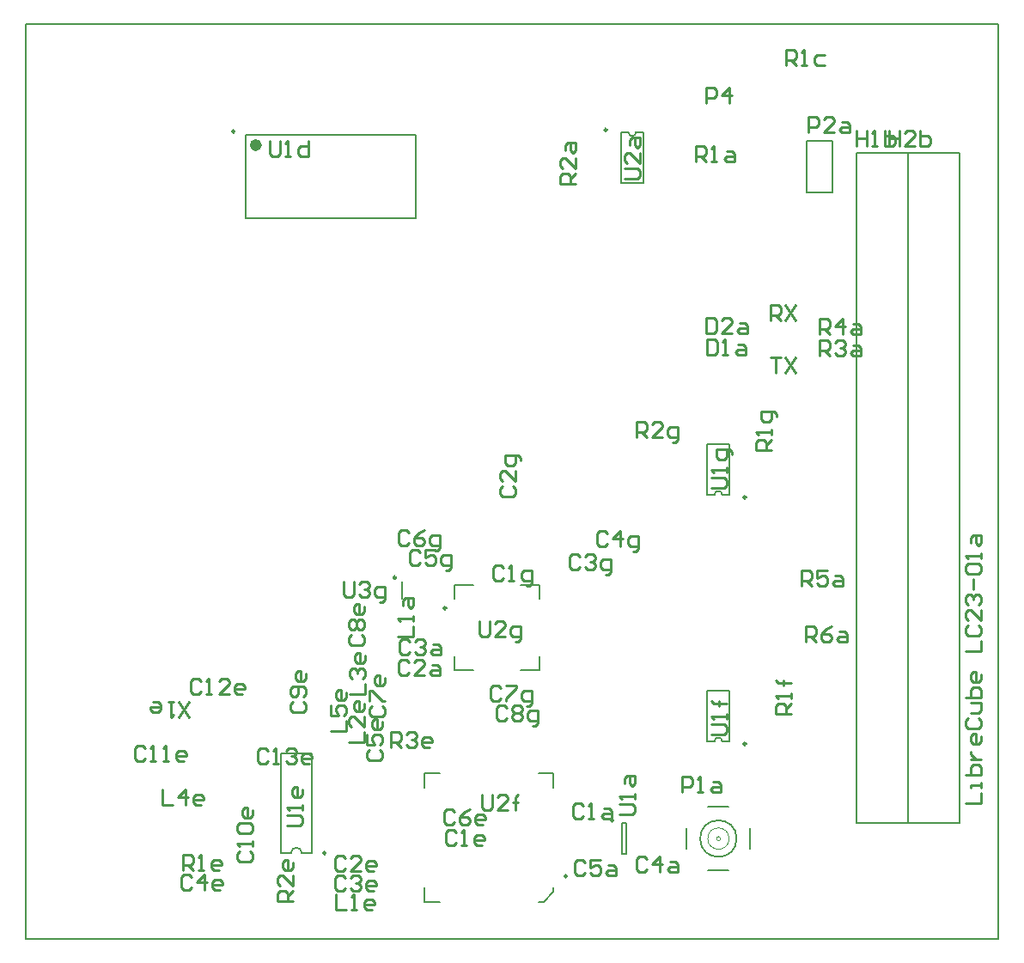
<source format=gto>
%FSAX24Y24*%
%MOIN*%
G70*
G01*
G75*
%ADD10C,0.0394*%
%ADD11C,0.0276*%
%ADD12R,0.0630X0.0709*%
%ADD13R,0.0433X0.0394*%
%ADD14R,0.0394X0.0433*%
%ADD15R,0.0591X0.1457*%
%ADD16R,0.0866X0.0236*%
%ADD17R,0.0866X0.0236*%
%ADD18R,0.0807X0.0532*%
%ADD19R,0.0532X0.0807*%
%ADD20R,0.0709X0.0630*%
%ADD21R,0.1014X0.0748*%
%ADD22R,0.0453X0.0236*%
%ADD23R,0.0650X0.0118*%
%ADD24R,0.0630X0.0118*%
%ADD25R,0.0591X0.0335*%
%ADD26R,0.0335X0.0591*%
%ADD27C,0.1969*%
%ADD28R,0.0315X0.0118*%
%ADD29C,0.0315*%
%ADD30C,0.0197*%
%ADD31C,0.0236*%
%ADD32C,0.0472*%
%ADD33C,0.0118*%
%ADD34C,0.0157*%
%ADD35C,0.0591*%
%ADD36R,0.1378X0.0565*%
%ADD37R,0.0945X0.1024*%
%ADD38R,0.0823X0.0266*%
%ADD39R,0.0866X0.0108*%
%ADD40R,0.0591X0.0630*%
%ADD41R,0.2520X0.2480*%
%ADD42C,0.0010*%
%ADD43C,0.0080*%
%ADD44R,0.0591X0.0591*%
%ADD45C,0.0591*%
%ADD46C,0.0984*%
%ADD47C,0.0620*%
%ADD48R,0.0620X0.0620*%
%ADD49C,0.2500*%
%ADD50C,0.0236*%
%ADD51C,0.0472*%
%ADD52C,0.0315*%
%ADD53R,0.0315X0.0630*%
%ADD54R,0.0827X0.1181*%
%ADD55O,0.0118X0.0709*%
%ADD56O,0.0709X0.0118*%
%ADD57R,0.0394X0.0374*%
%ADD58R,0.3307X0.3307*%
%ADD59C,0.0098*%
%ADD60C,0.0079*%
%ADD61C,0.0080*%
%ADD62C,0.0100*%
D31*
X049055Y090807D02*
G03*
X049055Y090807I-000118J000000D01*
G01*
D42*
X067598Y063898D02*
G03*
X067598Y063898I-000709J000000D01*
G01*
X067303D02*
G03*
X067303Y063898I-000413J000000D01*
G01*
X066968D02*
G03*
X066968Y063898I-000079J000000D01*
G01*
D43*
X074256Y064500D02*
X076256D01*
Y090500D01*
X074256Y064500D02*
Y090500D01*
X072256Y064500D02*
X074256D01*
Y090500D01*
X072256Y064500D02*
Y090500D01*
X040000Y060000D02*
X077752D01*
X040000Y095500D02*
X077752D01*
Y060000D02*
Y095500D01*
X040000Y060000D02*
Y095500D01*
D59*
X062569Y091400D02*
G03*
X062569Y091400I-000049J000000D01*
G01*
X067963Y067577D02*
G03*
X067963Y067577I-000049J000000D01*
G01*
X061014Y062437D02*
G03*
X061014Y062437I-000049J000000D01*
G01*
X062815Y064606D02*
G03*
X062815Y064606I-000049J000000D01*
G01*
X051654Y063337D02*
G03*
X051654Y063337I-000049J000000D01*
G01*
X048120Y091343D02*
G03*
X048120Y091343I-000049J000000D01*
G01*
X056329Y072839D02*
G03*
X056329Y072839I-000049J000000D01*
G01*
X067963Y077144D02*
G03*
X067963Y077144I-000049J000000D01*
G01*
X054380Y074026D02*
G03*
X054380Y074026I-000049J000000D01*
G01*
D60*
X063399Y091299D02*
G03*
X063688Y091299I000144J000000D01*
G01*
X067034Y067677D02*
G03*
X066745Y067677I-000144J000000D01*
G01*
X050715Y063346D02*
G03*
X050308Y063346I-000203J000000D01*
G01*
X067598Y063898D02*
G03*
X067598Y063898I-000709J000000D01*
G01*
X067034Y077244D02*
G03*
X066745Y077244I-000144J000000D01*
G01*
X063110Y091299D02*
X063399D01*
X063688D02*
X063976D01*
X063110Y089331D02*
X063976D01*
X063110D02*
Y091299D01*
X063976Y089331D02*
Y091299D01*
X067034Y067677D02*
X067323D01*
X066457D02*
X066745D01*
X066457Y069646D02*
X067323D01*
Y067677D02*
Y069646D01*
X066457Y067677D02*
Y069646D01*
X060492Y061831D02*
Y062014D01*
X059915Y061437D02*
X060098D01*
X060492Y061831D01*
X055492Y061437D02*
Y062014D01*
Y061437D02*
X056069D01*
X060492Y065860D02*
Y066437D01*
X059915D02*
X060492D01*
X055492Y065860D02*
Y066437D01*
X056069D01*
X063150Y064508D02*
X063307D01*
X063150Y063287D02*
X063307D01*
X063150D02*
Y064508D01*
X063307Y063287D02*
Y064508D01*
X050715Y063346D02*
X051122D01*
X049902D02*
X050308D01*
X049902Y067205D02*
X051122D01*
Y063346D02*
Y067205D01*
X049902Y063346D02*
Y067205D01*
X048543Y091201D02*
X051600D01*
X055157D01*
X048543Y087972D02*
X055157D01*
X048543D02*
Y091201D01*
X055157Y087972D02*
Y091201D01*
X056634Y073199D02*
Y073740D01*
X057372D01*
X059203D02*
X059941D01*
Y073199D02*
Y073740D01*
Y070433D02*
Y070974D01*
X059203Y070433D02*
X059941D01*
X056634D02*
X057372D01*
X056634D02*
Y070974D01*
X070327Y088972D02*
X071327D01*
X070327D02*
Y090972D01*
X071327D01*
Y088972D02*
Y090972D01*
X066496Y065138D02*
X067283D01*
X068130Y063504D02*
Y064291D01*
X066496Y062657D02*
X067283D01*
X065650Y063504D02*
Y064291D01*
X067034Y077244D02*
X067323D01*
X066457D02*
X066745D01*
X066457Y079213D02*
X067323D01*
Y077244D02*
Y079213D01*
X066457Y077244D02*
Y079213D01*
X054606Y073209D02*
Y073878D01*
Y073209D02*
Y073878D01*
D61*
X074256Y090500D02*
X076256D01*
X072256D02*
X074256D01*
D62*
X057717Y065600D02*
Y065100D01*
X057817Y065000D01*
X058016D01*
X058116Y065100D01*
Y065600D01*
X058716Y065000D02*
X058316D01*
X058716Y065400D01*
Y065500D01*
X058616Y065600D01*
X058416D01*
X058316Y065500D01*
X059016Y065000D02*
Y065500D01*
Y065300D01*
X058916D01*
X059116D01*
X059016D01*
Y065500D01*
X059116Y065600D01*
X066605Y067953D02*
X067105D01*
X067205Y068053D01*
Y068253D01*
X067105Y068353D01*
X066605D01*
X067205Y068553D02*
Y068752D01*
Y068653D01*
X066605D01*
X066705Y068553D01*
X067205Y069152D02*
X066705D01*
X066905D01*
Y069052D01*
Y069252D01*
Y069152D01*
X066705D01*
X066605Y069252D01*
X070276Y071535D02*
Y072135D01*
X070575D01*
X070675Y072035D01*
Y071835D01*
X070575Y071735D01*
X070276D01*
X070476D02*
X070675Y071535D01*
X071275Y072135D02*
X071075Y072035D01*
X070875Y071835D01*
Y071635D01*
X070975Y071535D01*
X071175D01*
X071275Y071635D01*
Y071735D01*
X071175Y071835D01*
X070875D01*
X071575Y071935D02*
X071775D01*
X071875Y071835D01*
Y071535D01*
X071575D01*
X071475Y071635D01*
X071575Y071735D01*
X071875D01*
X069724Y068740D02*
X069125D01*
Y069040D01*
X069225Y069140D01*
X069425D01*
X069524Y069040D01*
Y068740D01*
Y068940D02*
X069724Y069140D01*
Y069340D02*
Y069540D01*
Y069440D01*
X069125D01*
X069225Y069340D01*
X069724Y069940D02*
X069225D01*
X069425D01*
Y069840D01*
Y070040D01*
Y069940D01*
X069225D01*
X069125Y070040D01*
X070118Y073701D02*
Y074301D01*
X070418D01*
X070518Y074201D01*
Y074001D01*
X070418Y073901D01*
X070118D01*
X070318D02*
X070518Y073701D01*
X071118Y074301D02*
X070718D01*
Y074001D01*
X070918Y074101D01*
X071018D01*
X071118Y074001D01*
Y073801D01*
X071018Y073701D01*
X070818D01*
X070718Y073801D01*
X071418Y074101D02*
X071618D01*
X071718Y074001D01*
Y073701D01*
X071418D01*
X071318Y073801D01*
X071418Y073901D01*
X071718D01*
X058516Y077565D02*
X058416Y077465D01*
Y077265D01*
X058516Y077165D01*
X058916D01*
X059016Y077265D01*
Y077465D01*
X058916Y077565D01*
X059016Y078165D02*
Y077765D01*
X058616Y078165D01*
X058516D01*
X058416Y078065D01*
Y077865D01*
X058516Y077765D01*
X059216Y078565D02*
Y078665D01*
X059116Y078765D01*
X058616D01*
Y078465D01*
X058716Y078365D01*
X058916D01*
X059016Y078465D01*
Y078765D01*
X058549Y074397D02*
X058450Y074497D01*
X058250D01*
X058150Y074397D01*
Y073998D01*
X058250Y073898D01*
X058450D01*
X058549Y073998D01*
X058749Y073898D02*
X058949D01*
X058849D01*
Y074497D01*
X058749Y074397D01*
X059449Y073698D02*
X059549D01*
X059649Y073798D01*
Y074298D01*
X059349D01*
X059249Y074198D01*
Y073998D01*
X059349Y073898D01*
X059649D01*
X066605Y077520D02*
X067105D01*
X067205Y077620D01*
Y077820D01*
X067105Y077920D01*
X066605D01*
X067205Y078119D02*
Y078319D01*
Y078219D01*
X066605D01*
X066705Y078119D01*
X067405Y078819D02*
Y078919D01*
X067305Y079019D01*
X066805D01*
Y078719D01*
X066905Y078619D01*
X067105D01*
X067205Y078719D01*
Y079019D01*
X063714Y079463D02*
Y080062D01*
X064014D01*
X064114Y079962D01*
Y079762D01*
X064014Y079662D01*
X063714D01*
X063914D02*
X064114Y079463D01*
X064714D02*
X064314D01*
X064714Y079862D01*
Y079962D01*
X064614Y080062D01*
X064414D01*
X064314Y079962D01*
X065114Y079263D02*
X065214D01*
X065314Y079363D01*
Y079862D01*
X065014D01*
X064914Y079762D01*
Y079562D01*
X065014Y079463D01*
X065314D01*
X070827Y083465D02*
Y084064D01*
X071127D01*
X071227Y083964D01*
Y083764D01*
X071127Y083665D01*
X070827D01*
X071027D02*
X071227Y083465D01*
X071726D02*
Y084064D01*
X071427Y083764D01*
X071826D01*
X072126Y083864D02*
X072326D01*
X072426Y083764D01*
Y083465D01*
X072126D01*
X072026Y083565D01*
X072126Y083665D01*
X072426D01*
X070827Y082638D02*
Y083238D01*
X071127D01*
X071227Y083138D01*
Y082938D01*
X071127Y082838D01*
X070827D01*
X071027D02*
X071227Y082638D01*
X071427Y083138D02*
X071527Y083238D01*
X071726D01*
X071826Y083138D01*
Y083038D01*
X071726Y082938D01*
X071627D01*
X071726D01*
X071826Y082838D01*
Y082738D01*
X071726Y082638D01*
X071527D01*
X071427Y082738D01*
X072126Y083038D02*
X072326D01*
X072426Y082938D01*
Y082638D01*
X072126D01*
X072026Y082738D01*
X072126Y082838D01*
X072426D01*
X066417Y084104D02*
Y083504D01*
X066717D01*
X066817Y083604D01*
Y084004D01*
X066717Y084104D01*
X066417D01*
X067417Y083504D02*
X067017D01*
X067417Y083904D01*
Y084004D01*
X067317Y084104D01*
X067117D01*
X067017Y084004D01*
X067717Y083904D02*
X067917D01*
X068017Y083804D01*
Y083504D01*
X067717D01*
X067617Y083604D01*
X067717Y083704D01*
X068017D01*
X066457Y083277D02*
Y082677D01*
X066757D01*
X066857Y082777D01*
Y083177D01*
X066757Y083277D01*
X066457D01*
X067056Y082677D02*
X067256D01*
X067156D01*
Y083277D01*
X067056Y083177D01*
X067656Y083077D02*
X067856D01*
X067956Y082977D01*
Y082677D01*
X067656D01*
X067556Y082777D01*
X067656Y082877D01*
X067956D01*
X072244Y091360D02*
Y090760D01*
Y091060D01*
X072644D01*
Y091360D01*
Y090760D01*
X072844D02*
X073044D01*
X072944D01*
Y091360D01*
X072844Y091260D01*
X073344Y091360D02*
Y090760D01*
X073644D01*
X073744Y090860D01*
Y090960D01*
Y091060D01*
X073644Y091160D01*
X073344D01*
X073504Y091360D02*
Y090760D01*
Y091060D01*
X073904D01*
Y091360D01*
Y090760D01*
X074504D02*
X074104D01*
X074504Y091160D01*
Y091260D01*
X074404Y091360D01*
X074204D01*
X074104Y091260D01*
X074704Y091360D02*
Y090760D01*
X075003D01*
X075103Y090860D01*
Y090960D01*
Y091060D01*
X075003Y091160D01*
X074704D01*
X061502Y074831D02*
X061402Y074931D01*
X061202D01*
X061102Y074831D01*
Y074431D01*
X061202Y074331D01*
X061402D01*
X061502Y074431D01*
X061702Y074831D02*
X061802Y074931D01*
X062002D01*
X062102Y074831D01*
Y074731D01*
X062002Y074631D01*
X061902D01*
X062002D01*
X062102Y074531D01*
Y074431D01*
X062002Y074331D01*
X061802D01*
X061702Y074431D01*
X062502Y074131D02*
X062602D01*
X062702Y074231D01*
Y074731D01*
X062402D01*
X062302Y074631D01*
Y074431D01*
X062402Y074331D01*
X062702D01*
X056699Y064122D02*
X056599Y064222D01*
X056399D01*
X056299Y064122D01*
Y063722D01*
X056399Y063622D01*
X056599D01*
X056699Y063722D01*
X056899Y063622D02*
X057099D01*
X056999D01*
Y064222D01*
X056899Y064122D01*
X057699Y063622D02*
X057499D01*
X057399Y063722D01*
Y063922D01*
X057499Y064022D01*
X057699D01*
X057799Y063922D01*
Y063822D01*
X057399D01*
X061660Y065185D02*
X061560Y065285D01*
X061360D01*
X061260Y065185D01*
Y064785D01*
X061360Y064685D01*
X061560D01*
X061660Y064785D01*
X061860Y064685D02*
X062060D01*
X061960D01*
Y065285D01*
X061860Y065185D01*
X062459Y065085D02*
X062659D01*
X062759Y064985D01*
Y064685D01*
X062459D01*
X062359Y064785D01*
X062459Y064885D01*
X062759D01*
X062565Y075736D02*
X062465Y075836D01*
X062265D01*
X062165Y075736D01*
Y075336D01*
X062265Y075236D01*
X062465D01*
X062565Y075336D01*
X063065Y075236D02*
Y075836D01*
X062765Y075536D01*
X063165D01*
X063565Y075036D02*
X063665D01*
X063765Y075136D01*
Y075636D01*
X063465D01*
X063365Y075536D01*
Y075336D01*
X063465Y075236D01*
X063765D01*
X052408Y063138D02*
X052308Y063238D01*
X052108D01*
X052008Y063138D01*
Y062738D01*
X052108Y062638D01*
X052308D01*
X052408Y062738D01*
X053008Y062638D02*
X052608D01*
X053008Y063038D01*
Y063138D01*
X052908Y063238D01*
X052708D01*
X052608Y063138D01*
X053507Y062638D02*
X053307D01*
X053207Y062738D01*
Y062938D01*
X053307Y063038D01*
X053507D01*
X053607Y062938D01*
Y062838D01*
X053207D01*
X054888Y070736D02*
X054788Y070836D01*
X054588D01*
X054488Y070736D01*
Y070336D01*
X054588Y070236D01*
X054788D01*
X054888Y070336D01*
X055488Y070236D02*
X055088D01*
X055488Y070636D01*
Y070736D01*
X055388Y070836D01*
X055188D01*
X055088Y070736D01*
X055788Y070636D02*
X055988D01*
X056088Y070536D01*
Y070236D01*
X055788D01*
X055688Y070336D01*
X055788Y070436D01*
X056088D01*
X055321Y074988D02*
X055221Y075088D01*
X055021D01*
X054921Y074988D01*
Y074588D01*
X055021Y074488D01*
X055221D01*
X055321Y074588D01*
X055921Y075088D02*
X055521D01*
Y074788D01*
X055721Y074888D01*
X055821D01*
X055921Y074788D01*
Y074588D01*
X055821Y074488D01*
X055621D01*
X055521Y074588D01*
X056321Y074288D02*
X056421D01*
X056521Y074388D01*
Y074888D01*
X056221D01*
X056121Y074788D01*
Y074588D01*
X056221Y074488D01*
X056521D01*
X052421Y062376D02*
X052321Y062476D01*
X052122D01*
X052022Y062376D01*
Y061976D01*
X052122Y061876D01*
X052321D01*
X052421Y061976D01*
X052621Y062376D02*
X052721Y062476D01*
X052921D01*
X053021Y062376D01*
Y062276D01*
X052921Y062176D01*
X052821D01*
X052921D01*
X053021Y062076D01*
Y061976D01*
X052921Y061876D01*
X052721D01*
X052621Y061976D01*
X053521Y061876D02*
X053321D01*
X053221Y061976D01*
Y062176D01*
X053321Y062276D01*
X053521D01*
X053621Y062176D01*
Y062076D01*
X053221D01*
X054927Y071521D02*
X054827Y071621D01*
X054628D01*
X054528Y071521D01*
Y071121D01*
X054628Y071021D01*
X054827D01*
X054927Y071121D01*
X055127Y071521D02*
X055227Y071621D01*
X055427D01*
X055527Y071521D01*
Y071421D01*
X055427Y071321D01*
X055327D01*
X055427D01*
X055527Y071221D01*
Y071121D01*
X055427Y071021D01*
X055227D01*
X055127Y071121D01*
X055827Y071421D02*
X056027D01*
X056127Y071321D01*
Y071021D01*
X055827D01*
X055727Y071121D01*
X055827Y071221D01*
X056127D01*
X054888Y075775D02*
X054788Y075875D01*
X054588D01*
X054488Y075775D01*
Y075376D01*
X054588Y075276D01*
X054788D01*
X054888Y075376D01*
X055488Y075875D02*
X055288Y075775D01*
X055088Y075575D01*
Y075376D01*
X055188Y075276D01*
X055388D01*
X055488Y075376D01*
Y075476D01*
X055388Y075575D01*
X055088D01*
X055888Y075076D02*
X055988D01*
X056088Y075176D01*
Y075675D01*
X055788D01*
X055688Y075575D01*
Y075376D01*
X055788Y075276D01*
X056088D01*
X064101Y063098D02*
X064001Y063198D01*
X063801D01*
X063701Y063098D01*
Y062698D01*
X063801Y062598D01*
X064001D01*
X064101Y062698D01*
X064601Y062598D02*
Y063198D01*
X064301Y062898D01*
X064700D01*
X065000Y062998D02*
X065200D01*
X065300Y062898D01*
Y062598D01*
X065000D01*
X064900Y062698D01*
X065000Y062798D01*
X065300D01*
X058431Y069752D02*
X058331Y069852D01*
X058131D01*
X058032Y069752D01*
Y069352D01*
X058131Y069252D01*
X058331D01*
X058431Y069352D01*
X058631Y069852D02*
X059031D01*
Y069752D01*
X058631Y069352D01*
Y069252D01*
X059431Y069052D02*
X059531D01*
X059631Y069152D01*
Y069652D01*
X059331D01*
X059231Y069552D01*
Y069352D01*
X059331Y069252D01*
X059631D01*
X046463Y062390D02*
X046363Y062490D01*
X046163D01*
X046063Y062390D01*
Y061990D01*
X046163Y061890D01*
X046363D01*
X046463Y061990D01*
X046963Y061890D02*
Y062490D01*
X046663Y062190D01*
X047063D01*
X047563Y061890D02*
X047363D01*
X047263Y061990D01*
Y062190D01*
X047363Y062290D01*
X047563D01*
X047662Y062190D01*
Y062090D01*
X047263D01*
X061699Y062980D02*
X061599Y063080D01*
X061399D01*
X061299Y062980D01*
Y062580D01*
X061399Y062480D01*
X061599D01*
X061699Y062580D01*
X062299Y063080D02*
X061899D01*
Y062780D01*
X062099Y062880D01*
X062199D01*
X062299Y062780D01*
Y062580D01*
X062199Y062480D01*
X061999D01*
X061899Y062580D01*
X062599Y062880D02*
X062799D01*
X062899Y062780D01*
Y062480D01*
X062599D01*
X062499Y062580D01*
X062599Y062680D01*
X062899D01*
X058668Y068964D02*
X058568Y069064D01*
X058368D01*
X058268Y068964D01*
Y068565D01*
X058368Y068465D01*
X058568D01*
X058668Y068565D01*
X058868Y068964D02*
X058967Y069064D01*
X059167D01*
X059267Y068964D01*
Y068864D01*
X059167Y068764D01*
X059267Y068664D01*
Y068565D01*
X059167Y068465D01*
X058967D01*
X058868Y068565D01*
Y068664D01*
X058967Y068764D01*
X058868Y068864D01*
Y068964D01*
X058967Y068764D02*
X059167D01*
X059667Y068265D02*
X059767D01*
X059867Y068365D01*
Y068864D01*
X059567D01*
X059467Y068764D01*
Y068565D01*
X059567Y068465D01*
X059867D01*
X053358Y067329D02*
X053258Y067229D01*
Y067029D01*
X053358Y066929D01*
X053758D01*
X053858Y067029D01*
Y067229D01*
X053758Y067329D01*
X053258Y067929D02*
Y067529D01*
X053558D01*
X053458Y067729D01*
Y067829D01*
X053558Y067929D01*
X053758D01*
X053858Y067829D01*
Y067629D01*
X053758Y067529D01*
X053858Y068429D02*
Y068229D01*
X053758Y068129D01*
X053558D01*
X053458Y068229D01*
Y068429D01*
X053558Y068529D01*
X053658D01*
Y068129D01*
X056660Y064937D02*
X056560Y065037D01*
X056360D01*
X056260Y064937D01*
Y064537D01*
X056360Y064437D01*
X056560D01*
X056660Y064537D01*
X057260Y065037D02*
X057060Y064937D01*
X056860Y064737D01*
Y064537D01*
X056960Y064437D01*
X057160D01*
X057260Y064537D01*
Y064637D01*
X057160Y064737D01*
X056860D01*
X057759Y064437D02*
X057559D01*
X057459Y064537D01*
Y064737D01*
X057559Y064837D01*
X057759D01*
X057859Y064737D01*
Y064637D01*
X057459D01*
X053458Y069028D02*
X053358Y068929D01*
Y068729D01*
X053458Y068629D01*
X053858D01*
X053958Y068729D01*
Y068929D01*
X053858Y069028D01*
X053358Y069228D02*
Y069628D01*
X053458D01*
X053858Y069228D01*
X053958D01*
Y070128D02*
Y069928D01*
X053858Y069828D01*
X053658D01*
X053558Y069928D01*
Y070128D01*
X053658Y070228D01*
X053758D01*
Y069828D01*
X052650Y071817D02*
X052550Y071717D01*
Y071517D01*
X052650Y071417D01*
X053050D01*
X053150Y071517D01*
Y071717D01*
X053050Y071817D01*
X052650Y072017D02*
X052550Y072117D01*
Y072317D01*
X052650Y072417D01*
X052750D01*
X052850Y072317D01*
X052950Y072417D01*
X053050D01*
X053150Y072317D01*
Y072117D01*
X053050Y072017D01*
X052950D01*
X052850Y072117D01*
X052750Y072017D01*
X052650D01*
X052850Y072117D02*
Y072317D01*
X053150Y072917D02*
Y072717D01*
X053050Y072617D01*
X052850D01*
X052750Y072717D01*
Y072917D01*
X052850Y073017D01*
X052950D01*
Y072617D01*
X050366Y069219D02*
X050266Y069119D01*
Y068919D01*
X050366Y068819D01*
X050766D01*
X050866Y068919D01*
Y069119D01*
X050766Y069219D01*
Y069419D02*
X050866Y069519D01*
Y069719D01*
X050766Y069819D01*
X050366D01*
X050266Y069719D01*
Y069519D01*
X050366Y069419D01*
X050466D01*
X050566Y069519D01*
Y069819D01*
X050866Y070318D02*
Y070118D01*
X050766Y070019D01*
X050566D01*
X050466Y070118D01*
Y070318D01*
X050566Y070418D01*
X050666D01*
Y070019D01*
X048319Y063392D02*
X048219Y063292D01*
Y063092D01*
X048319Y062992D01*
X048719D01*
X048819Y063092D01*
Y063292D01*
X048719Y063392D01*
X048819Y063592D02*
Y063792D01*
Y063692D01*
X048219D01*
X048319Y063592D01*
Y064092D02*
X048219Y064192D01*
Y064392D01*
X048319Y064492D01*
X048719D01*
X048819Y064392D01*
Y064192D01*
X048719Y064092D01*
X048319D01*
X048819Y064991D02*
Y064792D01*
X048719Y064692D01*
X048519D01*
X048419Y064792D01*
Y064991D01*
X048519Y065091D01*
X048619D01*
Y064692D01*
X044652Y067390D02*
X044552Y067490D01*
X044352D01*
X044252Y067390D01*
Y066990D01*
X044352Y066890D01*
X044552D01*
X044652Y066990D01*
X044852Y066890D02*
X045052D01*
X044952D01*
Y067490D01*
X044852Y067390D01*
X045352Y066890D02*
X045552D01*
X045452D01*
Y067490D01*
X045352Y067390D01*
X046151Y066890D02*
X045951D01*
X045851Y066990D01*
Y067190D01*
X045951Y067290D01*
X046151D01*
X046251Y067190D01*
Y067090D01*
X045851D01*
X046817Y069988D02*
X046717Y070088D01*
X046517D01*
X046417Y069988D01*
Y069588D01*
X046517Y069488D01*
X046717D01*
X046817Y069588D01*
X047017Y069488D02*
X047217D01*
X047117D01*
Y070088D01*
X047017Y069988D01*
X047917Y069488D02*
X047517D01*
X047917Y069888D01*
Y069988D01*
X047817Y070088D01*
X047617D01*
X047517Y069988D01*
X048417Y069488D02*
X048217D01*
X048117Y069588D01*
Y069788D01*
X048217Y069888D01*
X048417D01*
X048517Y069788D01*
Y069688D01*
X048117D01*
X049416Y067301D02*
X049316Y067401D01*
X049116D01*
X049016Y067301D01*
Y066901D01*
X049116Y066801D01*
X049316D01*
X049416Y066901D01*
X049616Y066801D02*
X049815D01*
X049716D01*
Y067401D01*
X049616Y067301D01*
X050115D02*
X050215Y067401D01*
X050415D01*
X050515Y067301D01*
Y067201D01*
X050415Y067101D01*
X050315D01*
X050415D01*
X050515Y067001D01*
Y066901D01*
X050415Y066801D01*
X050215D01*
X050115Y066901D01*
X051015Y066801D02*
X050815D01*
X050715Y066901D01*
Y067101D01*
X050815Y067201D01*
X051015D01*
X051115Y067101D01*
Y067001D01*
X050715D01*
X052550Y067638D02*
X053150D01*
Y068038D01*
Y068637D02*
Y068238D01*
X052750Y068637D01*
X052650D01*
X052550Y068538D01*
Y068338D01*
X052650Y068238D01*
X053150Y069137D02*
Y068937D01*
X053050Y068837D01*
X052850D01*
X052750Y068937D01*
Y069137D01*
X052850Y069237D01*
X052950D01*
Y068837D01*
X054440Y071732D02*
X055039D01*
Y072132D01*
Y072332D02*
Y072532D01*
Y072432D01*
X054440D01*
X054540Y072332D01*
X054640Y072932D02*
Y073132D01*
X054739Y073232D01*
X055039D01*
Y072932D01*
X054939Y072832D01*
X054839Y072932D01*
Y073232D01*
X052589Y069488D02*
X053189D01*
Y069888D01*
X052689Y070088D02*
X052589Y070188D01*
Y070388D01*
X052689Y070488D01*
X052789D01*
X052889Y070388D01*
Y070288D01*
Y070388D01*
X052989Y070488D01*
X053089D01*
X053189Y070388D01*
Y070188D01*
X053089Y070088D01*
X053189Y070988D02*
Y070788D01*
X053089Y070688D01*
X052889D01*
X052789Y070788D01*
Y070988D01*
X052889Y071088D01*
X052989D01*
Y070688D01*
X045315Y065797D02*
Y065197D01*
X045715D01*
X046215D02*
Y065797D01*
X045915Y065497D01*
X046315D01*
X046814Y065197D02*
X046615D01*
X046515Y065297D01*
Y065497D01*
X046615Y065597D01*
X046814D01*
X046914Y065497D01*
Y065397D01*
X046515D01*
X051841Y068071D02*
X052441D01*
Y068471D01*
X051841Y069071D02*
Y068671D01*
X052141D01*
X052041Y068871D01*
Y068971D01*
X052141Y069071D01*
X052341D01*
X052441Y068971D01*
Y068771D01*
X052341Y068671D01*
X052441Y069570D02*
Y069370D01*
X052341Y069270D01*
X052141D01*
X052041Y069370D01*
Y069570D01*
X052141Y069670D01*
X052241D01*
Y069270D01*
X065470Y065710D02*
Y066310D01*
X065770D01*
X065870Y066210D01*
Y066010D01*
X065770Y065910D01*
X065470D01*
X066070Y065710D02*
X066270D01*
X066170D01*
Y066310D01*
X066070Y066210D01*
X066670Y066110D02*
X066870D01*
X066970Y066010D01*
Y065710D01*
X066670D01*
X066570Y065810D01*
X066670Y065910D01*
X066970D01*
X070390Y091310D02*
Y091910D01*
X070690D01*
X070790Y091810D01*
Y091610D01*
X070690Y091510D01*
X070390D01*
X071390Y091310D02*
X070990D01*
X071390Y091710D01*
Y091810D01*
X071290Y091910D01*
X071090D01*
X070990Y091810D01*
X071690Y091710D02*
X071890D01*
X071989Y091610D01*
Y091310D01*
X071690D01*
X071590Y091410D01*
X071690Y091510D01*
X071989D01*
X069528Y093898D02*
Y094497D01*
X069827D01*
X069927Y094397D01*
Y094198D01*
X069827Y094098D01*
X069528D01*
X069727D02*
X069927Y093898D01*
X070127D02*
X070327D01*
X070227D01*
Y094497D01*
X070127Y094397D01*
X071027Y094298D02*
X070727D01*
X070627Y094198D01*
Y093998D01*
X070727Y093898D01*
X071027D01*
X046102Y062677D02*
Y063277D01*
X046402D01*
X046502Y063177D01*
Y062977D01*
X046402Y062877D01*
X046102D01*
X046302D02*
X046502Y062677D01*
X046702D02*
X046902D01*
X046802D01*
Y063277D01*
X046702Y063177D01*
X047502Y062677D02*
X047302D01*
X047202Y062777D01*
Y062977D01*
X047302Y063077D01*
X047502D01*
X047602Y062977D01*
Y062877D01*
X047202D01*
X066024Y090157D02*
Y090757D01*
X066324D01*
X066423Y090657D01*
Y090457D01*
X066324Y090357D01*
X066024D01*
X066224D02*
X066423Y090157D01*
X066623D02*
X066823D01*
X066723D01*
Y090757D01*
X066623Y090657D01*
X067223Y090557D02*
X067423D01*
X067523Y090457D01*
Y090157D01*
X067223D01*
X067123Y090257D01*
X067223Y090357D01*
X067523D01*
X050380Y061470D02*
X049780D01*
Y061770D01*
X049880Y061870D01*
X050080D01*
X050180Y061770D01*
Y061470D01*
Y061670D02*
X050380Y061870D01*
Y062470D02*
Y062070D01*
X049980Y062470D01*
X049880D01*
X049780Y062370D01*
Y062170D01*
X049880Y062070D01*
X050380Y062970D02*
Y062770D01*
X050280Y062670D01*
X050080D01*
X049980Y062770D01*
Y062970D01*
X050080Y063070D01*
X050180D01*
Y062670D01*
X061339Y089291D02*
X060739D01*
Y089591D01*
X060839Y089691D01*
X061039D01*
X061139Y089591D01*
Y089291D01*
Y089491D02*
X061339Y089691D01*
Y090291D02*
Y089891D01*
X060939Y090291D01*
X060839D01*
X060739Y090191D01*
Y089991D01*
X060839Y089891D01*
X060939Y090591D02*
Y090791D01*
X061039Y090891D01*
X061339D01*
Y090591D01*
X061239Y090491D01*
X061139Y090591D01*
Y090891D01*
X054173Y067441D02*
Y068041D01*
X054473D01*
X054573Y067941D01*
Y067741D01*
X054473Y067641D01*
X054173D01*
X054373D02*
X054573Y067441D01*
X054773Y067941D02*
X054873Y068041D01*
X055073D01*
X055173Y067941D01*
Y067841D01*
X055073Y067741D01*
X054973D01*
X055073D01*
X055173Y067641D01*
Y067541D01*
X055073Y067441D01*
X054873D01*
X054773Y067541D01*
X055673Y067441D02*
X055473D01*
X055373Y067541D01*
Y067741D01*
X055473Y067841D01*
X055673D01*
X055773Y067741D01*
Y067641D01*
X055373D01*
X057598Y072332D02*
Y071832D01*
X057698Y071732D01*
X057898D01*
X057998Y071832D01*
Y072332D01*
X058598Y071732D02*
X058198D01*
X058598Y072132D01*
Y072232D01*
X058498Y072332D01*
X058298D01*
X058198Y072232D01*
X058998Y071532D02*
X059098D01*
X059198Y071632D01*
Y072132D01*
X058898D01*
X058798Y072032D01*
Y071832D01*
X058898Y071732D01*
X059198D01*
X049488Y090954D02*
Y090454D01*
X049588Y090354D01*
X049788D01*
X049888Y090454D01*
Y090954D01*
X050088Y090354D02*
X050288D01*
X050188D01*
Y090954D01*
X050088Y090854D01*
X050988Y090954D02*
Y090354D01*
X050688D01*
X050588Y090454D01*
Y090654D01*
X050688Y090754D01*
X050988D01*
X050148Y064409D02*
X050648D01*
X050748Y064509D01*
Y064709D01*
X050648Y064809D01*
X050148D01*
X050748Y065009D02*
Y065209D01*
Y065109D01*
X050148D01*
X050248Y065009D01*
X050748Y065809D02*
Y065609D01*
X050648Y065509D01*
X050448D01*
X050348Y065609D01*
Y065809D01*
X050448Y065909D01*
X050548D01*
Y065509D01*
X063062Y064843D02*
X063561D01*
X063661Y064942D01*
Y065142D01*
X063561Y065242D01*
X063062D01*
X063661Y065442D02*
Y065642D01*
Y065542D01*
X063062D01*
X063162Y065442D01*
X063262Y066042D02*
Y066242D01*
X063362Y066342D01*
X063661D01*
Y066042D01*
X063561Y065942D01*
X063461Y066042D01*
Y066342D01*
X052362Y073868D02*
Y073368D01*
X052462Y073268D01*
X052662D01*
X052762Y073368D01*
Y073868D01*
X052962Y073768D02*
X053062Y073868D01*
X053262D01*
X053362Y073768D01*
Y073668D01*
X053262Y073568D01*
X053162D01*
X053262D01*
X053362Y073468D01*
Y073368D01*
X053262Y073268D01*
X053062D01*
X052962Y073368D01*
X053762Y073068D02*
X053862D01*
X053962Y073168D01*
Y073668D01*
X053662D01*
X053562Y073568D01*
Y073368D01*
X053662Y073268D01*
X053962D01*
X063258Y089488D02*
X063758D01*
X063858Y089588D01*
Y089788D01*
X063758Y089888D01*
X063258D01*
X063858Y090488D02*
Y090088D01*
X063458Y090488D01*
X063358D01*
X063258Y090388D01*
Y090188D01*
X063358Y090088D01*
X063458Y090788D02*
Y090988D01*
X063558Y091088D01*
X063858D01*
Y090788D01*
X063758Y090688D01*
X063658Y090788D01*
Y091088D01*
X046339Y068613D02*
X045939Y069213D01*
Y068613D02*
X046339Y069213D01*
X045739D02*
X045539D01*
X045639D01*
Y068613D01*
X045739Y068713D01*
X044939Y069213D02*
X045139D01*
X045239Y069113D01*
Y068913D01*
X045139Y068813D01*
X044939D01*
X044839Y068913D01*
Y069013D01*
X045239D01*
X052047Y061742D02*
Y061142D01*
X052447D01*
X052647D02*
X052847D01*
X052747D01*
Y061742D01*
X052647Y061642D01*
X053447Y061142D02*
X053247D01*
X053147Y061242D01*
Y061442D01*
X053247Y061542D01*
X053447D01*
X053547Y061442D01*
Y061342D01*
X053147D01*
X068937Y078976D02*
X068337D01*
Y079276D01*
X068437Y079376D01*
X068637D01*
X068737Y079276D01*
Y078976D01*
Y079176D02*
X068937Y079376D01*
Y079576D02*
Y079776D01*
Y079676D01*
X068337D01*
X068437Y079576D01*
X069137Y080276D02*
Y080376D01*
X069037Y080476D01*
X068537D01*
Y080176D01*
X068637Y080076D01*
X068837D01*
X068937Y080176D01*
Y080476D01*
X068898Y084016D02*
Y084616D01*
X069198D01*
X069298Y084516D01*
Y084316D01*
X069198Y084216D01*
X068898D01*
X069098D02*
X069298Y084016D01*
X069497Y084616D02*
X069897Y084016D01*
Y084616D02*
X069497Y084016D01*
X068898Y082568D02*
X069298D01*
X069098D01*
Y081968D01*
X069497Y082568D02*
X069897Y081968D01*
Y082568D02*
X069497Y081968D01*
X076487Y065276D02*
X077087D01*
Y065675D01*
Y065875D02*
Y066075D01*
Y065975D01*
X076687D01*
Y065875D01*
X076487Y066375D02*
X077087D01*
Y066675D01*
X076987Y066775D01*
X076887D01*
X076787D01*
X076687Y066675D01*
Y066375D01*
Y066975D02*
X077087D01*
X076887D01*
X076787Y067075D01*
X076687Y067175D01*
Y067275D01*
X077087Y067875D02*
Y067675D01*
X076987Y067575D01*
X076787D01*
X076687Y067675D01*
Y067875D01*
X076787Y067975D01*
X076887D01*
Y067575D01*
X076587Y068575D02*
X076487Y068475D01*
Y068275D01*
X076587Y068175D01*
X076987D01*
X077087Y068275D01*
Y068475D01*
X076987Y068575D01*
X076687Y068774D02*
X076987D01*
X077087Y068874D01*
Y069174D01*
X076687D01*
X076487Y069374D02*
X077087D01*
Y069674D01*
X076987Y069774D01*
X076887D01*
X076787D01*
X076687Y069674D01*
Y069374D01*
X077087Y070274D02*
Y070074D01*
X076987Y069974D01*
X076787D01*
X076687Y070074D01*
Y070274D01*
X076787Y070374D01*
X076887D01*
Y069974D01*
X076487Y071174D02*
X077087D01*
Y071574D01*
X076587Y072173D02*
X076487Y072073D01*
Y071873D01*
X076587Y071773D01*
X076987D01*
X077087Y071873D01*
Y072073D01*
X076987Y072173D01*
X077087Y072773D02*
Y072373D01*
X076687Y072773D01*
X076587D01*
X076487Y072673D01*
Y072473D01*
X076587Y072373D01*
Y072973D02*
X076487Y073073D01*
Y073273D01*
X076587Y073373D01*
X076687D01*
X076787Y073273D01*
Y073173D01*
Y073273D01*
X076887Y073373D01*
X076987D01*
X077087Y073273D01*
Y073073D01*
X076987Y072973D01*
X076787Y073573D02*
Y073973D01*
X076587Y074173D02*
X076487Y074273D01*
Y074473D01*
X076587Y074573D01*
X076987D01*
X077087Y074473D01*
Y074273D01*
X076987Y074173D01*
X076587D01*
X077087Y074773D02*
Y074972D01*
Y074872D01*
X076487D01*
X076587Y074773D01*
X076687Y075372D02*
Y075572D01*
X076787Y075672D01*
X077087D01*
Y075372D01*
X076987Y075272D01*
X076887Y075372D01*
Y075672D01*
X066417Y092441D02*
Y093041D01*
X066717D01*
X066817Y092941D01*
Y092741D01*
X066717Y092641D01*
X066417D01*
X067317Y092441D02*
Y093041D01*
X067017Y092741D01*
X067417D01*
M02*

</source>
